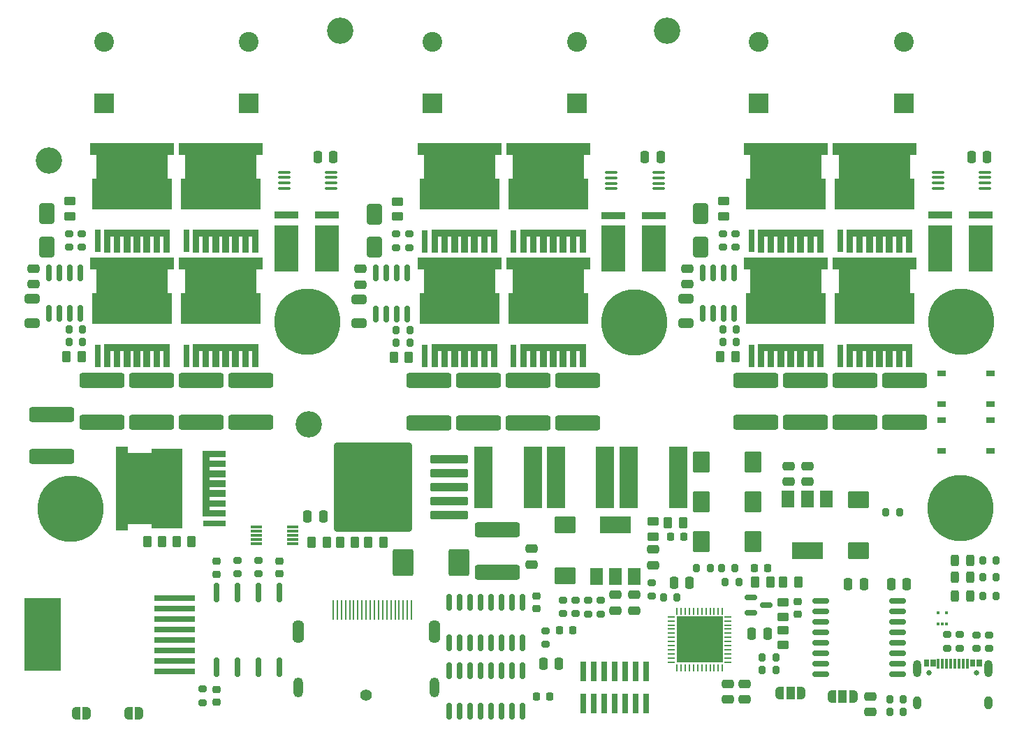
<source format=gbr>
%TF.GenerationSoftware,KiCad,Pcbnew,7.0.1*%
%TF.CreationDate,2023-07-16T19:11:46-05:00*%
%TF.ProjectId,Knockoff Inverter,4b6e6f63-6b6f-4666-9620-496e76657274,rev?*%
%TF.SameCoordinates,Original*%
%TF.FileFunction,Soldermask,Top*%
%TF.FilePolarity,Negative*%
%FSLAX46Y46*%
G04 Gerber Fmt 4.6, Leading zero omitted, Abs format (unit mm)*
G04 Created by KiCad (PCBNEW 7.0.1) date 2023-07-16 19:11:46*
%MOMM*%
%LPD*%
G01*
G04 APERTURE LIST*
G04 Aperture macros list*
%AMRoundRect*
0 Rectangle with rounded corners*
0 $1 Rounding radius*
0 $2 $3 $4 $5 $6 $7 $8 $9 X,Y pos of 4 corners*
0 Add a 4 corners polygon primitive as box body*
4,1,4,$2,$3,$4,$5,$6,$7,$8,$9,$2,$3,0*
0 Add four circle primitives for the rounded corners*
1,1,$1+$1,$2,$3*
1,1,$1+$1,$4,$5*
1,1,$1+$1,$6,$7*
1,1,$1+$1,$8,$9*
0 Add four rect primitives between the rounded corners*
20,1,$1+$1,$2,$3,$4,$5,0*
20,1,$1+$1,$4,$5,$6,$7,0*
20,1,$1+$1,$6,$7,$8,$9,0*
20,1,$1+$1,$8,$9,$2,$3,0*%
%AMFreePoly0*
4,1,30,0.400000,-4.000000,-0.400000,-4.000000,-2.400000,-4.000000,-2.400000,-3.200000,-0.400000,-3.200000,-0.400000,-2.800000,-2.400000,-2.800000,-2.400000,-2.000000,-0.400000,-2.000000,-0.400000,-1.600000,-2.400000,-1.600000,-2.400000,-0.800000,-0.400000,-0.800000,-0.400000,-0.400000,-2.400000,-0.400000,-2.400000,0.400000,-0.400000,0.400000,-0.400000,0.800000,-2.400000,0.800000,-2.400000,1.600000,
-0.400000,1.600000,-0.400000,2.000000,-2.400000,2.000000,-2.400000,2.800000,-0.400000,2.800000,-0.400000,3.200000,-2.400000,3.200000,-2.400000,4.000000,0.400000,4.000000,0.400000,-4.000000,0.400000,-4.000000,$1*%
%AMFreePoly1*
4,1,13,2.850000,-5.050000,1.450000,-5.050000,1.450000,-4.350000,-1.450000,-4.350000,-1.450000,-4.850000,-5.150000,-4.850000,-5.150000,4.850000,-1.450000,4.850000,-1.450000,4.350000,1.450000,4.350000,1.450000,5.050000,2.850000,5.050000,2.850000,-5.050000,2.850000,-5.050000,$1*%
%AMFreePoly2*
4,1,19,0.550000,-0.750000,0.000000,-0.750000,0.000000,-0.744911,-0.071157,-0.744911,-0.207708,-0.704816,-0.327430,-0.627875,-0.420627,-0.520320,-0.479746,-0.390866,-0.500000,-0.250000,-0.500000,0.250000,-0.479746,0.390866,-0.420627,0.520320,-0.327430,0.627875,-0.207708,0.704816,-0.071157,0.744911,0.000000,0.744911,0.000000,0.750000,0.550000,0.750000,0.550000,-0.750000,0.550000,-0.750000,
$1*%
%AMFreePoly3*
4,1,19,0.000000,0.744911,0.071157,0.744911,0.207708,0.704816,0.327430,0.627875,0.420627,0.520320,0.479746,0.390866,0.500000,0.250000,0.500000,-0.250000,0.479746,-0.390866,0.420627,-0.520320,0.327430,-0.627875,0.207708,-0.704816,0.071157,-0.744911,0.000000,-0.744911,0.000000,-0.750000,-0.550000,-0.750000,-0.550000,0.750000,0.000000,0.750000,0.000000,0.744911,0.000000,0.744911,
$1*%
%AMFreePoly4*
4,1,19,0.500000,-0.750000,0.000000,-0.750000,0.000000,-0.744911,-0.071157,-0.744911,-0.207708,-0.704816,-0.327430,-0.627875,-0.420627,-0.520320,-0.479746,-0.390866,-0.500000,-0.250000,-0.500000,0.250000,-0.479746,0.390866,-0.420627,0.520320,-0.327430,0.627875,-0.207708,0.704816,-0.071157,0.744911,0.000000,0.744911,0.000000,0.750000,0.500000,0.750000,0.500000,-0.750000,0.500000,-0.750000,
$1*%
%AMFreePoly5*
4,1,19,0.000000,0.744911,0.071157,0.744911,0.207708,0.704816,0.327430,0.627875,0.420627,0.520320,0.479746,0.390866,0.500000,0.250000,0.500000,-0.250000,0.479746,-0.390866,0.420627,-0.520320,0.327430,-0.627875,0.207708,-0.704816,0.071157,-0.744911,0.000000,-0.744911,0.000000,-0.750000,-0.500000,-0.750000,-0.500000,0.750000,0.000000,0.750000,0.000000,0.744911,0.000000,0.744911,
$1*%
G04 Aperture macros list end*
%ADD10RoundRect,0.250000X0.250000X0.475000X-0.250000X0.475000X-0.250000X-0.475000X0.250000X-0.475000X0*%
%ADD11RoundRect,0.250000X-0.475000X0.250000X-0.475000X-0.250000X0.475000X-0.250000X0.475000X0.250000X0*%
%ADD12C,8.000000*%
%ADD13R,2.400000X2.400000*%
%ADD14C,2.400000*%
%ADD15RoundRect,0.250000X0.262500X0.450000X-0.262500X0.450000X-0.262500X-0.450000X0.262500X-0.450000X0*%
%ADD16R,2.800000X0.800000*%
%ADD17FreePoly0,180.000000*%
%ADD18FreePoly1,180.000000*%
%ADD19RoundRect,0.250000X-0.262500X-0.450000X0.262500X-0.450000X0.262500X0.450000X-0.262500X0.450000X0*%
%ADD20R,1.400000X0.300000*%
%ADD21RoundRect,0.250000X-2.450000X0.650000X-2.450000X-0.650000X2.450000X-0.650000X2.450000X0.650000X0*%
%ADD22RoundRect,0.250000X-0.250000X-0.475000X0.250000X-0.475000X0.250000X0.475000X-0.250000X0.475000X0*%
%ADD23R,0.300000X0.450000*%
%ADD24RoundRect,0.100000X-0.637500X-0.100000X0.637500X-0.100000X0.637500X0.100000X-0.637500X0.100000X0*%
%ADD25RoundRect,0.150000X0.150000X-0.825000X0.150000X0.825000X-0.150000X0.825000X-0.150000X-0.825000X0*%
%ADD26R,1.500000X2.000000*%
%ADD27R,3.800000X2.000000*%
%ADD28RoundRect,0.250000X2.050000X0.300000X-2.050000X0.300000X-2.050000X-0.300000X2.050000X-0.300000X0*%
%ADD29RoundRect,0.250002X4.449998X5.149998X-4.449998X5.149998X-4.449998X-5.149998X4.449998X-5.149998X0*%
%ADD30RoundRect,0.150000X0.875000X0.150000X-0.875000X0.150000X-0.875000X-0.150000X0.875000X-0.150000X0*%
%ADD31RoundRect,0.150000X-0.150000X0.825000X-0.150000X-0.825000X0.150000X-0.825000X0.150000X0.825000X0*%
%ADD32RoundRect,0.162500X0.162500X-1.012500X0.162500X1.012500X-0.162500X1.012500X-0.162500X-1.012500X0*%
%ADD33RoundRect,0.062500X0.375000X0.062500X-0.375000X0.062500X-0.375000X-0.062500X0.375000X-0.062500X0*%
%ADD34RoundRect,0.062500X0.062500X0.375000X-0.062500X0.375000X-0.062500X-0.375000X0.062500X-0.375000X0*%
%ADD35R,5.600000X5.600000*%
%ADD36RoundRect,0.150000X-0.587500X-0.150000X0.587500X-0.150000X0.587500X0.150000X-0.587500X0.150000X0*%
%ADD37R,1.000000X0.750000*%
%ADD38R,2.900000X5.600000*%
%ADD39R,2.900000X0.900000*%
%ADD40RoundRect,0.250000X0.450000X-0.262500X0.450000X0.262500X-0.450000X0.262500X-0.450000X-0.262500X0*%
%ADD41RoundRect,0.200000X-0.200000X-0.275000X0.200000X-0.275000X0.200000X0.275000X-0.200000X0.275000X0*%
%ADD42RoundRect,0.200000X0.275000X-0.200000X0.275000X0.200000X-0.275000X0.200000X-0.275000X-0.200000X0*%
%ADD43RoundRect,0.200000X-0.275000X0.200000X-0.275000X-0.200000X0.275000X-0.200000X0.275000X0.200000X0*%
%ADD44RoundRect,0.200000X0.200000X0.275000X-0.200000X0.275000X-0.200000X-0.275000X0.200000X-0.275000X0*%
%ADD45R,0.800000X2.800000*%
%ADD46FreePoly0,90.000000*%
%ADD47FreePoly1,90.000000*%
%ADD48R,2.200000X7.500000*%
%ADD49FreePoly2,180.000000*%
%ADD50R,1.000000X1.500000*%
%ADD51FreePoly3,180.000000*%
%ADD52FreePoly4,180.000000*%
%ADD53FreePoly5,180.000000*%
%ADD54FreePoly4,0.000000*%
%ADD55FreePoly5,0.000000*%
%ADD56R,0.740000X2.400000*%
%ADD57R,5.000000X0.760000*%
%ADD58R,4.500000X8.800000*%
%ADD59C,0.650000*%
%ADD60R,0.300000X0.943000*%
%ADD61R,0.300000X1.150000*%
%ADD62O,1.000000X2.100000*%
%ADD63O,1.000000X1.600000*%
%ADD64C,1.400000*%
%ADD65R,0.280000X2.400000*%
%ADD66O,1.400000X2.800000*%
%ADD67O,1.200000X2.400000*%
%ADD68C,3.200000*%
%ADD69RoundRect,0.218750X-0.218750X-0.256250X0.218750X-0.256250X0.218750X0.256250X-0.218750X0.256250X0*%
%ADD70RoundRect,0.250000X0.650000X-1.000000X0.650000X1.000000X-0.650000X1.000000X-0.650000X-1.000000X0*%
%ADD71RoundRect,0.250000X-1.000000X1.400000X-1.000000X-1.400000X1.000000X-1.400000X1.000000X1.400000X0*%
%ADD72RoundRect,0.243750X-0.243750X-0.456250X0.243750X-0.456250X0.243750X0.456250X-0.243750X0.456250X0*%
%ADD73RoundRect,0.225000X0.250000X-0.225000X0.250000X0.225000X-0.250000X0.225000X-0.250000X-0.225000X0*%
%ADD74RoundRect,0.225000X-0.250000X0.225000X-0.250000X-0.225000X0.250000X-0.225000X0.250000X0.225000X0*%
%ADD75RoundRect,0.225000X-0.225000X-0.250000X0.225000X-0.250000X0.225000X0.250000X-0.225000X0.250000X0*%
%ADD76RoundRect,0.250000X0.475000X-0.250000X0.475000X0.250000X-0.475000X0.250000X-0.475000X-0.250000X0*%
%ADD77RoundRect,0.250000X-0.650000X0.325000X-0.650000X-0.325000X0.650000X-0.325000X0.650000X0.325000X0*%
%ADD78RoundRect,0.225000X0.225000X0.250000X-0.225000X0.250000X-0.225000X-0.250000X0.225000X-0.250000X0*%
%ADD79RoundRect,0.250000X-1.025000X0.787500X-1.025000X-0.787500X1.025000X-0.787500X1.025000X0.787500X0*%
%ADD80RoundRect,0.250000X1.025000X-0.787500X1.025000X0.787500X-1.025000X0.787500X-1.025000X-0.787500X0*%
%ADD81RoundRect,0.250000X-0.787500X-1.025000X0.787500X-1.025000X0.787500X1.025000X-0.787500X1.025000X0*%
%ADD82RoundRect,0.250000X2.450000X-0.650000X2.450000X0.650000X-2.450000X0.650000X-2.450000X-0.650000X0*%
G04 APERTURE END LIST*
D10*
%TO.C,C11*%
X185415000Y-100838000D03*
X183515000Y-100838000D03*
%TD*%
D11*
%TO.C,C3*%
X171602400Y-90606800D03*
X171602400Y-92506800D03*
%TD*%
D12*
%TO.C,J7*%
X208788000Y-85598000D03*
%TD*%
D13*
%TO.C,C20*%
X122555000Y-36532755D03*
D14*
X122555000Y-29032755D03*
%TD*%
D12*
%TO.C,J8*%
X100965000Y-85725000D03*
%TD*%
D15*
%TO.C,R54*%
X112061000Y-89662000D03*
X110236000Y-89662000D03*
%TD*%
D16*
%TO.C,Q7*%
X118372000Y-87420000D03*
D17*
X117372000Y-82620000D03*
D18*
X109322000Y-83220000D03*
%TD*%
D19*
%TO.C,R38*%
X130175000Y-89789000D03*
X132000000Y-89789000D03*
%TD*%
%TO.C,R39*%
X133604000Y-89789000D03*
X135429000Y-89789000D03*
%TD*%
D13*
%TO.C,C24*%
X201930000Y-36532755D03*
D14*
X201930000Y-29032755D03*
%TD*%
D19*
%TO.C,R40*%
X137033000Y-89789000D03*
X138858000Y-89789000D03*
%TD*%
%TO.C,R41*%
X113792000Y-89662000D03*
X115617000Y-89662000D03*
%TD*%
D20*
%TO.C,U17*%
X127844000Y-89916000D03*
X127844000Y-89416000D03*
X127844000Y-88916000D03*
X127844000Y-88416000D03*
X127844000Y-87916000D03*
X123444000Y-87916000D03*
X123444000Y-88416000D03*
X123444000Y-88916000D03*
X123444000Y-89416000D03*
X123444000Y-89916000D03*
%TD*%
D13*
%TO.C,C23*%
X184380000Y-36532755D03*
D14*
X184380000Y-29032755D03*
%TD*%
D13*
%TO.C,C21*%
X144780000Y-36532755D03*
D14*
X144780000Y-29032755D03*
%TD*%
D13*
%TO.C,C19*%
X105005000Y-36532755D03*
D14*
X105005000Y-29032755D03*
%TD*%
D13*
%TO.C,C22*%
X162330000Y-36532755D03*
D14*
X162330000Y-29032755D03*
%TD*%
D21*
%TO.C,C25*%
X98679000Y-74275000D03*
X98679000Y-79375000D03*
%TD*%
D22*
%TO.C,C57*%
X129672000Y-86614000D03*
X131572000Y-86614000D03*
%TD*%
D23*
%TO.C,U16*%
X206129000Y-99695000D03*
X206629000Y-99695000D03*
X207129000Y-99695000D03*
X207129000Y-98295000D03*
X206129000Y-98295000D03*
%TD*%
D24*
%TO.C,U15*%
X206096950Y-44851800D03*
X206096950Y-45501800D03*
X206096950Y-46151800D03*
X206096950Y-46801800D03*
X211821950Y-46801800D03*
X211821950Y-46151800D03*
X211821950Y-45501800D03*
X211821950Y-44851800D03*
%TD*%
D25*
%TO.C,U14*%
X177565050Y-61976000D03*
X178835050Y-61976000D03*
X180105050Y-61976000D03*
X181375050Y-61976000D03*
X181375050Y-57026000D03*
X180105050Y-57026000D03*
X178835050Y-57026000D03*
X177565050Y-57026000D03*
%TD*%
D24*
%TO.C,U13*%
X166511050Y-44902600D03*
X166511050Y-45552600D03*
X166511050Y-46202600D03*
X166511050Y-46852600D03*
X172236050Y-46852600D03*
X172236050Y-46202600D03*
X172236050Y-45552600D03*
X172236050Y-44902600D03*
%TD*%
D25*
%TO.C,U12*%
X137979150Y-62026801D03*
X139249150Y-62026801D03*
X140519150Y-62026801D03*
X141789150Y-62026801D03*
X141789150Y-57076801D03*
X140519150Y-57076801D03*
X139249150Y-57076801D03*
X137979150Y-57076801D03*
%TD*%
D26*
%TO.C,U11*%
X192546000Y-84505000D03*
D27*
X190246000Y-90805000D03*
D26*
X190246000Y-84505000D03*
X187946000Y-84505000D03*
%TD*%
D28*
%TO.C,U10*%
X146806000Y-86477000D03*
X146806000Y-84777000D03*
X146806000Y-83077000D03*
X146806000Y-81377000D03*
X146806000Y-79677000D03*
D29*
X137656000Y-83077000D03*
%TD*%
D26*
%TO.C,U9*%
X164705000Y-93930000D03*
D27*
X167005000Y-87630000D03*
D26*
X167005000Y-93930000D03*
X169305000Y-93930000D03*
%TD*%
D24*
%TO.C,U8*%
X126848950Y-44851800D03*
X126848950Y-45501800D03*
X126848950Y-46151800D03*
X126848950Y-46801800D03*
X132573950Y-46801800D03*
X132573950Y-46151800D03*
X132573950Y-45501800D03*
X132573950Y-44851800D03*
%TD*%
D30*
%TO.C,U7*%
X201168000Y-105791000D03*
X201168000Y-104521000D03*
X201168000Y-103251000D03*
X201168000Y-101981000D03*
X201168000Y-100711000D03*
X201168000Y-99441000D03*
X201168000Y-98171000D03*
X201168000Y-96901000D03*
X191868000Y-96901000D03*
X191868000Y-98171000D03*
X191868000Y-99441000D03*
X191868000Y-100711000D03*
X191868000Y-101981000D03*
X191868000Y-103251000D03*
X191868000Y-104521000D03*
X191868000Y-105791000D03*
%TD*%
D25*
%TO.C,U6*%
X146812000Y-101978000D03*
X148082000Y-101978000D03*
X149352000Y-101978000D03*
X150622000Y-101978000D03*
X151892000Y-101978000D03*
X153162000Y-101978000D03*
X154432000Y-101978000D03*
X155702000Y-101978000D03*
X155702000Y-97028000D03*
X154432000Y-97028000D03*
X153162000Y-97028000D03*
X151892000Y-97028000D03*
X150622000Y-97028000D03*
X149352000Y-97028000D03*
X148082000Y-97028000D03*
X146812000Y-97028000D03*
%TD*%
D31*
%TO.C,U5*%
X155702000Y-105286000D03*
X154432000Y-105286000D03*
X153162000Y-105286000D03*
X151892000Y-105286000D03*
X150622000Y-105286000D03*
X149352000Y-105286000D03*
X148082000Y-105286000D03*
X146812000Y-105286000D03*
X146812000Y-110236000D03*
X148082000Y-110236000D03*
X149352000Y-110236000D03*
X150622000Y-110236000D03*
X151892000Y-110236000D03*
X153162000Y-110236000D03*
X154432000Y-110236000D03*
X155702000Y-110236000D03*
%TD*%
D32*
%TO.C,U4*%
X118618000Y-104902000D03*
X121158000Y-104902000D03*
X123698000Y-104902000D03*
X126238000Y-104902000D03*
X126238000Y-95852000D03*
X123698000Y-95852000D03*
X121158000Y-95852000D03*
X118618000Y-95852000D03*
%TD*%
D25*
%TO.C,U3*%
X98317050Y-61976001D03*
X99587050Y-61976001D03*
X100857050Y-61976001D03*
X102127050Y-61976001D03*
X102127050Y-57026001D03*
X100857050Y-57026001D03*
X99587050Y-57026001D03*
X98317050Y-57026001D03*
%TD*%
D33*
%TO.C,U2*%
X180661500Y-104282000D03*
X180661500Y-103782000D03*
X180661500Y-103282000D03*
X180661500Y-102782000D03*
X180661500Y-102282000D03*
X180661500Y-101782000D03*
X180661500Y-101282000D03*
X180661500Y-100782000D03*
X180661500Y-100282000D03*
X180661500Y-99782000D03*
X180661500Y-99282000D03*
X180661500Y-98782000D03*
D34*
X179974000Y-98094500D03*
X179474000Y-98094500D03*
X178974000Y-98094500D03*
X178474000Y-98094500D03*
X177974000Y-98094500D03*
X177474000Y-98094500D03*
X176974000Y-98094500D03*
X176474000Y-98094500D03*
X175974000Y-98094500D03*
X175474000Y-98094500D03*
X174974000Y-98094500D03*
X174474000Y-98094500D03*
D33*
X173786500Y-98782000D03*
X173786500Y-99282000D03*
X173786500Y-99782000D03*
X173786500Y-100282000D03*
X173786500Y-100782000D03*
X173786500Y-101282000D03*
X173786500Y-101782000D03*
X173786500Y-102282000D03*
X173786500Y-102782000D03*
X173786500Y-103282000D03*
X173786500Y-103782000D03*
X173786500Y-104282000D03*
D34*
X174474000Y-104969500D03*
X174974000Y-104969500D03*
X175474000Y-104969500D03*
X175974000Y-104969500D03*
X176474000Y-104969500D03*
X176974000Y-104969500D03*
X177474000Y-104969500D03*
X177974000Y-104969500D03*
X178474000Y-104969500D03*
X178974000Y-104969500D03*
X179474000Y-104969500D03*
X179974000Y-104969500D03*
D35*
X177224000Y-101532000D03*
%TD*%
D36*
%TO.C,U1*%
X183438800Y-96418400D03*
X183438800Y-98318400D03*
X185313800Y-97368400D03*
%TD*%
D37*
%TO.C,SW2*%
X212502000Y-78680000D03*
X206502000Y-78680000D03*
X212502000Y-74930000D03*
X206502000Y-74930000D03*
%TD*%
%TO.C,SW1*%
X206502000Y-69275000D03*
X212502000Y-69275000D03*
X206502000Y-73025000D03*
X212502000Y-73025000D03*
%TD*%
D38*
%TO.C,R63*%
X211243250Y-54088000D03*
D39*
X211243250Y-50038000D03*
X206343250Y-50038000D03*
D38*
X206343250Y-54088000D03*
%TD*%
%TO.C,R62*%
X171657350Y-54138800D03*
D39*
X171657350Y-50088800D03*
X166757350Y-50088800D03*
D38*
X166757350Y-54138800D03*
%TD*%
%TO.C,R61*%
X131995250Y-54088000D03*
D39*
X131995250Y-50038000D03*
X127095250Y-50038000D03*
D38*
X127095250Y-54088000D03*
%TD*%
D19*
%TO.C,R60*%
X179698650Y-67259200D03*
X181523650Y-67259200D03*
%TD*%
%TO.C,R59*%
X140112750Y-67310000D03*
X141937750Y-67310000D03*
%TD*%
%TO.C,R58*%
X100450650Y-67259200D03*
X102275650Y-67259200D03*
%TD*%
D40*
%TO.C,R57*%
X180155850Y-50190400D03*
X180155850Y-48365400D03*
%TD*%
%TO.C,R56*%
X140569950Y-50241200D03*
X140569950Y-48416200D03*
%TD*%
%TO.C,R55*%
X100907850Y-50190400D03*
X100907850Y-48365400D03*
%TD*%
D41*
%TO.C,R53*%
X180003450Y-65481200D03*
X181653450Y-65481200D03*
%TD*%
%TO.C,R52*%
X140417550Y-65532000D03*
X142067550Y-65532000D03*
%TD*%
%TO.C,R51*%
X100755450Y-65481200D03*
X102405450Y-65481200D03*
%TD*%
D42*
%TO.C,R50*%
X180003450Y-53949600D03*
X180003450Y-52299600D03*
%TD*%
%TO.C,R49*%
X140417550Y-54000400D03*
X140417550Y-52350400D03*
%TD*%
%TO.C,R48*%
X100755450Y-53949600D03*
X100755450Y-52299600D03*
%TD*%
%TO.C,R47*%
X181578250Y-53949600D03*
X181578250Y-52299600D03*
%TD*%
%TO.C,R46*%
X141992350Y-54000400D03*
X141992350Y-52350400D03*
%TD*%
%TO.C,R45*%
X102330250Y-53949600D03*
X102330250Y-52299600D03*
%TD*%
D41*
%TO.C,R44*%
X180003450Y-63957200D03*
X181653450Y-63957200D03*
%TD*%
%TO.C,R43*%
X140417550Y-64008000D03*
X142067550Y-64008000D03*
%TD*%
%TO.C,R42*%
X100755450Y-63957200D03*
X102405450Y-63957200D03*
%TD*%
%TO.C,R37*%
X200250000Y-110304000D03*
X201900000Y-110304000D03*
%TD*%
%TO.C,R36*%
X200250000Y-108810000D03*
X201900000Y-108810000D03*
%TD*%
D43*
%TO.C,R35*%
X210791000Y-101006500D03*
X210791000Y-102656500D03*
%TD*%
%TO.C,R34*%
X212315000Y-101006500D03*
X212315000Y-102656500D03*
%TD*%
D15*
%TO.C,R31*%
X185762600Y-94589600D03*
X183937600Y-94589600D03*
%TD*%
%TO.C,R30*%
X189166200Y-94589600D03*
X187341200Y-94589600D03*
%TD*%
D40*
%TO.C,R27*%
X187325000Y-98829500D03*
X187325000Y-97004500D03*
%TD*%
%TO.C,R26*%
X187325000Y-102233100D03*
X187325000Y-100408100D03*
%TD*%
D41*
%TO.C,R25*%
X179832000Y-92913200D03*
X181482000Y-92913200D03*
%TD*%
%TO.C,R24*%
X176821500Y-92884000D03*
X178471500Y-92884000D03*
%TD*%
%TO.C,R23*%
X172809400Y-96418400D03*
X174459400Y-96418400D03*
%TD*%
D43*
%TO.C,R22*%
X171368400Y-94627100D03*
X171368400Y-96277100D03*
%TD*%
D42*
%TO.C,R21*%
X162153600Y-98424000D03*
X162153600Y-96774000D03*
%TD*%
D43*
%TO.C,R20*%
X160629600Y-96749600D03*
X160629600Y-98399600D03*
%TD*%
%TO.C,R19*%
X163677600Y-96801500D03*
X163677600Y-98451500D03*
%TD*%
D42*
%TO.C,R18*%
X165233200Y-98450400D03*
X165233200Y-96800400D03*
%TD*%
D19*
%TO.C,R17*%
X173380400Y-87376000D03*
X175205400Y-87376000D03*
%TD*%
D40*
%TO.C,R16*%
X171598600Y-89048600D03*
X171598600Y-87223600D03*
%TD*%
D44*
%TO.C,R14*%
X213153500Y-96266000D03*
X211503500Y-96266000D03*
%TD*%
%TO.C,R13*%
X213153500Y-91948000D03*
X211503500Y-91948000D03*
%TD*%
%TO.C,R12*%
X213153500Y-93980000D03*
X211503500Y-93980000D03*
%TD*%
D41*
%TO.C,R11*%
X184786000Y-105283000D03*
X186436000Y-105283000D03*
%TD*%
D44*
%TO.C,R10*%
X186436000Y-103759000D03*
X184786000Y-103759000D03*
%TD*%
D43*
%TO.C,R9*%
X207171000Y-100943500D03*
X207171000Y-102593500D03*
%TD*%
D42*
%TO.C,R7*%
X158496000Y-102108000D03*
X158496000Y-100458000D03*
%TD*%
%TO.C,R6*%
X208695000Y-102593500D03*
X208695000Y-100943500D03*
%TD*%
D43*
%TO.C,R5*%
X123698000Y-91949000D03*
X123698000Y-93599000D03*
%TD*%
D42*
%TO.C,R4*%
X121158000Y-93599000D03*
X121158000Y-91949000D03*
%TD*%
D41*
%TO.C,R3*%
X180315600Y-94538800D03*
X181965600Y-94538800D03*
%TD*%
D44*
%TO.C,R2*%
X201422000Y-86106000D03*
X199772000Y-86106000D03*
%TD*%
D43*
%TO.C,R1*%
X116967000Y-107569000D03*
X116967000Y-109219000D03*
%TD*%
D45*
%TO.C,Q13*%
X194234250Y-67108000D03*
D46*
X199034250Y-66108000D03*
D47*
X198434250Y-58058000D03*
%TD*%
D45*
%TO.C,Q12*%
X154648350Y-67158800D03*
D46*
X159448350Y-66158800D03*
D47*
X158848350Y-58108800D03*
%TD*%
D45*
%TO.C,Q11*%
X114986250Y-67108000D03*
D46*
X119786250Y-66108000D03*
D47*
X119186250Y-58058000D03*
%TD*%
D45*
%TO.C,Q10*%
X183476250Y-67108000D03*
D46*
X188276250Y-66108000D03*
D47*
X187676250Y-58058000D03*
%TD*%
D45*
%TO.C,Q9*%
X143890350Y-67158800D03*
D46*
X148690350Y-66158800D03*
D47*
X148090350Y-58108800D03*
%TD*%
D45*
%TO.C,Q8*%
X104228250Y-67108000D03*
D46*
X109028250Y-66108000D03*
D47*
X108428250Y-58058000D03*
%TD*%
D45*
%TO.C,Q6*%
X194221250Y-53213000D03*
D46*
X199021250Y-52213000D03*
D47*
X198421250Y-44163000D03*
%TD*%
D45*
%TO.C,Q5*%
X154635350Y-53263800D03*
D46*
X159435350Y-52263800D03*
D47*
X158835350Y-44213800D03*
%TD*%
D45*
%TO.C,Q4*%
X114973250Y-53213000D03*
D46*
X119773250Y-52213000D03*
D47*
X119173250Y-44163000D03*
%TD*%
D45*
%TO.C,Q3*%
X183476250Y-53213000D03*
D46*
X188276250Y-52213000D03*
D47*
X187676250Y-44163000D03*
%TD*%
D45*
%TO.C,Q2*%
X143890350Y-53263800D03*
D46*
X148690350Y-52263800D03*
D47*
X148090350Y-44213800D03*
%TD*%
D45*
%TO.C,Q1*%
X104228250Y-53213000D03*
D46*
X109028250Y-52213000D03*
D47*
X108428250Y-44163000D03*
%TD*%
D48*
%TO.C,L3*%
X168625000Y-81915000D03*
X174625000Y-81915000D03*
%TD*%
%TO.C,L2*%
X159766000Y-81915000D03*
X165766000Y-81915000D03*
%TD*%
%TO.C,L1*%
X150972000Y-81915000D03*
X156972000Y-81915000D03*
%TD*%
D49*
%TO.C,JP4*%
X195834000Y-108458000D03*
D50*
X194534000Y-108458000D03*
D51*
X193234000Y-108458000D03*
%TD*%
D49*
%TO.C,JP3*%
X189514000Y-108077000D03*
D50*
X188214000Y-108077000D03*
D51*
X186914000Y-108077000D03*
%TD*%
D52*
%TO.C,JP2*%
X109250000Y-110490000D03*
D53*
X107950000Y-110490000D03*
%TD*%
D54*
%TO.C,JP1*%
X101600000Y-110490000D03*
D55*
X102900000Y-110490000D03*
%TD*%
D56*
%TO.C,J9*%
X163068000Y-109310000D03*
X163068000Y-105410000D03*
X164338000Y-109310000D03*
X164338000Y-105410000D03*
X165608000Y-109310000D03*
X165608000Y-105410000D03*
X166878000Y-109310000D03*
X166878000Y-105410000D03*
X168148000Y-109310000D03*
X168148000Y-105410000D03*
X169418000Y-109310000D03*
X169418000Y-105410000D03*
X170688000Y-109310000D03*
X170688000Y-105410000D03*
%TD*%
D57*
%TO.C,J6*%
X113538000Y-96520000D03*
X113538000Y-97790000D03*
X113538000Y-99060000D03*
X113538000Y-100330000D03*
X113538000Y-101600000D03*
X113538000Y-102870000D03*
X113538000Y-104140000D03*
X113538000Y-105410000D03*
D58*
X97608000Y-100965000D03*
%TD*%
D12*
%TO.C,J5*%
X208883250Y-62992000D03*
%TD*%
%TO.C,J4*%
X169297350Y-63042799D03*
%TD*%
%TO.C,J3*%
X129635250Y-62991999D03*
%TD*%
D59*
%TO.C,J2*%
X205007000Y-105540000D03*
X210787000Y-105540000D03*
D60*
X204547000Y-104371500D03*
X205347000Y-104371500D03*
D61*
X206647000Y-104475000D03*
X207647000Y-104475000D03*
X208147000Y-104475000D03*
X209147000Y-104475000D03*
D60*
X210447000Y-104371500D03*
X211247000Y-104371500D03*
X210947000Y-104371500D03*
X210147000Y-104371500D03*
D61*
X209647000Y-104475000D03*
X208647000Y-104475000D03*
X207147000Y-104475000D03*
X206147000Y-104475000D03*
D60*
X205647000Y-104371500D03*
X204847000Y-104371500D03*
D62*
X203577000Y-105040000D03*
D63*
X203577000Y-109220000D03*
D62*
X212217000Y-105040000D03*
D63*
X212217000Y-109220000D03*
%TD*%
D64*
%TO.C,J1*%
X136784000Y-108264000D03*
D65*
X142284000Y-97984000D03*
X141784000Y-97984000D03*
X141284000Y-97984000D03*
X140784000Y-97984000D03*
X140284000Y-97984000D03*
X139784000Y-97984000D03*
X139284000Y-97984000D03*
X138784000Y-97984000D03*
X138284000Y-97984000D03*
X137784000Y-97984000D03*
X137284000Y-97984000D03*
X136784000Y-97984000D03*
X136284000Y-97984000D03*
X135784000Y-97984000D03*
X135284000Y-97984000D03*
X134784000Y-97984000D03*
X134284000Y-97984000D03*
X133784000Y-97984000D03*
X133284000Y-97984000D03*
X132784000Y-97984000D03*
D66*
X128534000Y-100584000D03*
X145034000Y-100584000D03*
D67*
X128534000Y-107364000D03*
X145034000Y-107364000D03*
%TD*%
D68*
%TO.C,H4*%
X173228000Y-27686000D03*
%TD*%
%TO.C,H3*%
X133604000Y-27686000D03*
%TD*%
%TO.C,H2*%
X129794000Y-75438000D03*
%TD*%
%TO.C,H1*%
X98298000Y-43434000D03*
%TD*%
D69*
%TO.C,FB1*%
X160223000Y-100457000D03*
X161798000Y-100457000D03*
%TD*%
D70*
%TO.C,D7*%
X177361850Y-53898800D03*
X177361850Y-49898800D03*
%TD*%
%TO.C,D6*%
X137775950Y-53949600D03*
X137775950Y-49949600D03*
%TD*%
D71*
%TO.C,D5*%
X148024000Y-92202000D03*
X141224000Y-92202000D03*
%TD*%
D72*
%TO.C,D4*%
X208104500Y-96266000D03*
X209979500Y-96266000D03*
%TD*%
%TO.C,D3*%
X208104500Y-93980000D03*
X209979500Y-93980000D03*
%TD*%
%TO.C,D2*%
X208104500Y-91948000D03*
X209979500Y-91948000D03*
%TD*%
D70*
%TO.C,D1*%
X98113850Y-53898800D03*
X98113850Y-49898800D03*
%TD*%
D73*
%TO.C,C66*%
X118618000Y-93624400D03*
X118618000Y-92074400D03*
%TD*%
D74*
%TO.C,C65*%
X118618000Y-107619200D03*
X118618000Y-109169200D03*
%TD*%
D21*
%TO.C,C64*%
X183991250Y-70084000D03*
X183991250Y-75184000D03*
%TD*%
%TO.C,C63*%
X189985650Y-70084000D03*
X189985650Y-75184000D03*
%TD*%
%TO.C,C62*%
X144405351Y-70134800D03*
X144405351Y-75234800D03*
%TD*%
%TO.C,C61*%
X150399750Y-70134800D03*
X150399750Y-75234800D03*
%TD*%
%TO.C,C60*%
X104743251Y-70084000D03*
X104743251Y-75184000D03*
%TD*%
%TO.C,C59*%
X110737650Y-70084000D03*
X110737650Y-75184000D03*
%TD*%
D10*
%TO.C,C55*%
X212058250Y-43002200D03*
X210158250Y-43002200D03*
%TD*%
D75*
%TO.C,C54*%
X183883000Y-92862400D03*
X185433000Y-92862400D03*
%TD*%
D21*
%TO.C,C53*%
X196030850Y-70084000D03*
X196030850Y-75184000D03*
%TD*%
D76*
%TO.C,C52*%
X175685450Y-58420000D03*
X175685450Y-56520000D03*
%TD*%
D21*
%TO.C,C51*%
X202025250Y-70084000D03*
X202025250Y-75184000D03*
%TD*%
D77*
%TO.C,C49*%
X175533050Y-60198000D03*
X175533050Y-63148000D03*
%TD*%
D10*
%TO.C,C47*%
X172472350Y-43053000D03*
X170572350Y-43053000D03*
%TD*%
D74*
%TO.C,C46*%
X189052200Y-96949900D03*
X189052200Y-98499900D03*
%TD*%
D21*
%TO.C,C45*%
X156444950Y-70134800D03*
X156444950Y-75234800D03*
%TD*%
D76*
%TO.C,C44*%
X136099550Y-58470801D03*
X136099550Y-56570801D03*
%TD*%
D21*
%TO.C,C43*%
X162439350Y-70134800D03*
X162439350Y-75234800D03*
%TD*%
D77*
%TO.C,C41*%
X135947150Y-60248801D03*
X135947150Y-63198801D03*
%TD*%
D78*
%TO.C,C40*%
X175260000Y-89103200D03*
X173710000Y-89103200D03*
%TD*%
D79*
%TO.C,C39*%
X160909000Y-87628000D03*
X160909000Y-93853000D03*
%TD*%
D80*
%TO.C,C38*%
X196469000Y-90805000D03*
X196469000Y-84580000D03*
%TD*%
D81*
%TO.C,C37*%
X177417000Y-89662000D03*
X183642000Y-89662000D03*
%TD*%
%TO.C,C36*%
X177417000Y-84836000D03*
X183642000Y-84836000D03*
%TD*%
%TO.C,C35*%
X177417000Y-79994000D03*
X183642000Y-79994000D03*
%TD*%
D76*
%TO.C,C34*%
X167005000Y-98039000D03*
X167005000Y-96139000D03*
%TD*%
%TO.C,C33*%
X169291000Y-98039000D03*
X169291000Y-96139000D03*
%TD*%
D11*
%TO.C,C32*%
X190246000Y-80518000D03*
X190246000Y-82418000D03*
%TD*%
%TO.C,C31*%
X187960000Y-80518000D03*
X187960000Y-82418000D03*
%TD*%
D82*
%TO.C,C30*%
X152654000Y-93365000D03*
X152654000Y-88265000D03*
%TD*%
D10*
%TO.C,C28*%
X132810250Y-43002200D03*
X130910250Y-43002200D03*
%TD*%
D76*
%TO.C,C18*%
X197866000Y-110363000D03*
X197866000Y-108463000D03*
%TD*%
D10*
%TO.C,C17*%
X202311000Y-94869000D03*
X200411000Y-94869000D03*
%TD*%
D22*
%TO.C,C16*%
X195199000Y-94869000D03*
X197099000Y-94869000D03*
%TD*%
%TO.C,C14*%
X174071200Y-94691200D03*
X175971200Y-94691200D03*
%TD*%
D73*
%TO.C,C13*%
X157454000Y-97790000D03*
X157454000Y-96240000D03*
%TD*%
D75*
%TO.C,C12*%
X157454000Y-108458000D03*
X159004000Y-108458000D03*
%TD*%
D73*
%TO.C,C10*%
X126238000Y-93599000D03*
X126238000Y-92049000D03*
%TD*%
D76*
%TO.C,C9*%
X180594000Y-108834000D03*
X180594000Y-106934000D03*
%TD*%
%TO.C,C8*%
X182626000Y-108834000D03*
X182626000Y-106934000D03*
%TD*%
%TO.C,C7*%
X156845000Y-92451000D03*
X156845000Y-90551000D03*
%TD*%
D22*
%TO.C,C6*%
X158247000Y-104521000D03*
X160147000Y-104521000D03*
%TD*%
D21*
%TO.C,C5*%
X116782850Y-70084000D03*
X116782850Y-75184000D03*
%TD*%
%TO.C,C4*%
X122777250Y-70084000D03*
X122777250Y-75184000D03*
%TD*%
D77*
%TO.C,C2*%
X96285050Y-60198001D03*
X96285050Y-63148001D03*
%TD*%
D76*
%TO.C,C1*%
X96437450Y-58420001D03*
X96437450Y-56520001D03*
%TD*%
M02*

</source>
